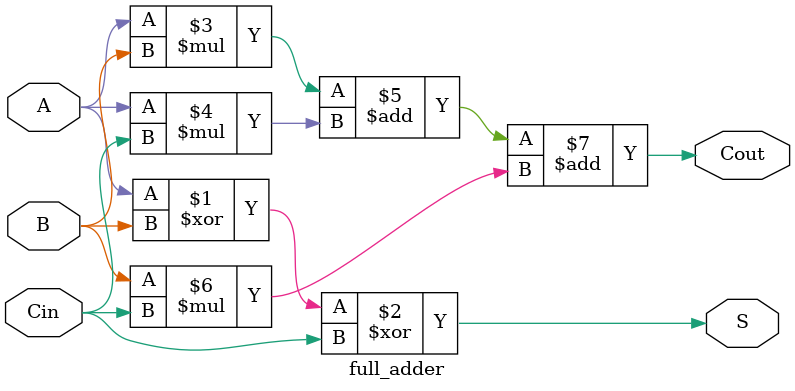
<source format=sv>
`timescale 1ns / 1ps


module full_adder(
    input A,
    input B,
    input Cin,
    output S,
    output Cout
    );
    
    assign S = A ^ B ^ Cin;
    assign Cout = (A*B) + (A*Cin) + (B*Cin);
endmodule

</source>
